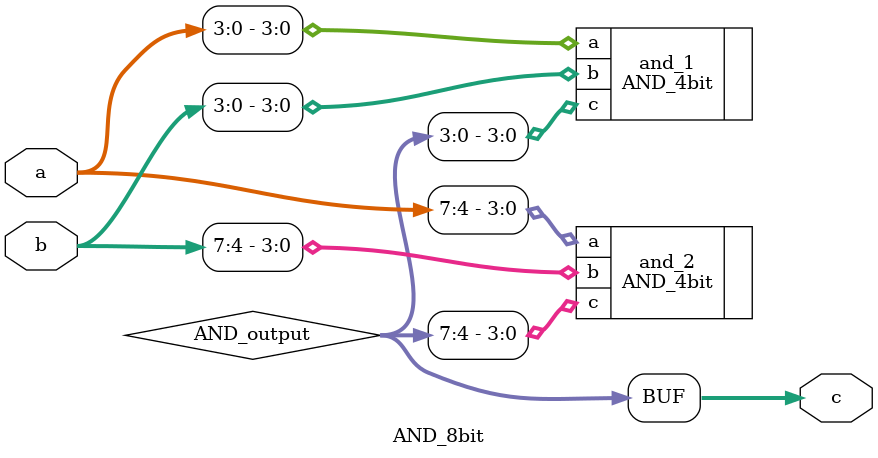
<source format=v>
`include "4bit_Gates.v"

/* XOR Gate */
module XOR_8bit(
	input wire [7:0] a,
	input wire [7:0] b,
	output wire [7:0] c
);

wire [7:0] XOR_output;

XOR_4bit xor_1(
	.a(a[3:0]),
	.b(b[3:0]),
	.c(XOR_output[3:0])
);

XOR_4bit xor_2(
	.a(a[7:4]),
	.b(b[7:4]),
	.c(XOR_output[7:4])
);
assign c = XOR_output;
endmodule

/* OR Gate */
module OR_8bit(
	input wire [7:0] a,
	input wire [7:0] b,
	output wire [7:0] c
);

wire [7:0] OR_output;

OR_4bit or_1(
	.a(a[3:0]),
	.b(b[3:0]),
	.c(OR_output[3:0])
);

OR_4bit or_2(
	.a(a[7:4]),
	.b(b[7:4]),
	.c(OR_output[7:4])
);
assign c = OR_output;
endmodule

/* MUX Gate */
module MUX_8bit(	
	input wire [7:0] nums,
	input wire [2:0] op,
	output wire out
); 

wire out_1;
wire out_2;

MUX_4bit mux_1(
	.nums(nums[3:0]),
	.op_1(op[0]),
	.op_2(op[1]),
	.out(out_1)
);

MUX_4bit mux_2(
	.nums(nums[7:4]),
	.op_1(op[0]),
	.op_2(op[1]),
	.out(out_2)
);

MUX mux_3(
	.num_1(out_1),
	.num_2(out_2),
	.op(op[2]),
	.out(out)
);
endmodule

/* DMUX Gate */
module DMUX_8bit(
	input wire num,
	input wire [2:0] op,
	output wire [7:0] out
);

wire [1:0] check;

DMUX dmux_1(
	.num(num),
	.op(op[1]),
	.out(check)
);

DMUX dmux_2(
	.num(check[0]),
	.op(op[0]),
	.out(out[1:0])
);

DMUX dmux_3(
	.num(check[1]),
	.op(op[0]),
	.out(out[3:2])
);
endmodule	

/* NOT Gate */
module NOT_8bit(
	input wire [7:0] a,
	output wire [7:0] b
);
NOT_4bit not_1(
	.a(a[3:0]),
	.b(b[3:0])
);

NOT_4bit not_2(
	.a(a[7:4]),
	.b(b[7:4])
);
endmodule

/* AND Gate */
module AND_8bit(
	input wire [7:0] a,
	input wire [7:0] b,
	output wire [7:0] c
);

wire [7:0] AND_output;

AND_4bit and_1(
	.a(a[3:0]),
	.b(b[3:0]),
	.c(AND_output[3:0])
);

AND_4bit and_2(
	.a(a[7:4]),
	.b(b[7:4]),
	.c(AND_output[7:4])
);
assign c = AND_output;
endmodule

</source>
